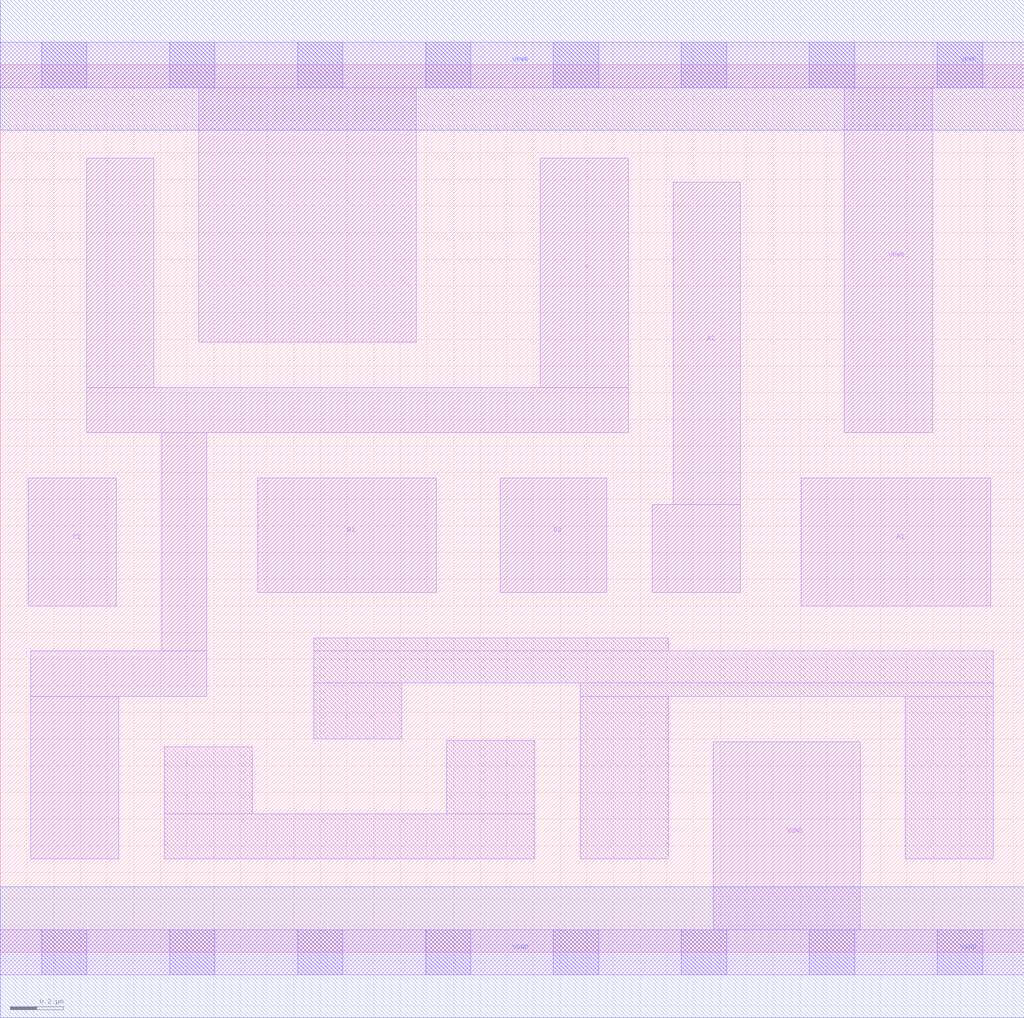
<source format=lef>
# Copyright 2020 The SkyWater PDK Authors
#
# Licensed under the Apache License, Version 2.0 (the "License");
# you may not use this file except in compliance with the License.
# You may obtain a copy of the License at
#
#     https://www.apache.org/licenses/LICENSE-2.0
#
# Unless required by applicable law or agreed to in writing, software
# distributed under the License is distributed on an "AS IS" BASIS,
# WITHOUT WARRANTIES OR CONDITIONS OF ANY KIND, either express or implied.
# See the License for the specific language governing permissions and
# limitations under the License.
#
# SPDX-License-Identifier: Apache-2.0

VERSION 5.7 ;
  NAMESCASESENSITIVE ON ;
  NOWIREEXTENSIONATPIN ON ;
  DIVIDERCHAR "/" ;
  BUSBITCHARS "[]" ;
UNITS
  DATABASE MICRONS 200 ;
END UNITS
MACRO sky130_fd_sc_ls__o221ai_1
  CLASS CORE ;
  SOURCE USER ;
  FOREIGN sky130_fd_sc_ls__o221ai_1 ;
  ORIGIN  0.000000  0.000000 ;
  SIZE  3.840000 BY  3.330000 ;
  SYMMETRY X Y ;
  SITE unit ;
  PIN A1
    ANTENNAGATEAREA  0.279000 ;
    DIRECTION INPUT ;
    USE SIGNAL ;
    PORT
      LAYER li1 ;
        RECT 3.005000 1.300000 3.715000 1.780000 ;
    END
  END A1
  PIN A2
    ANTENNAGATEAREA  0.279000 ;
    DIRECTION INPUT ;
    USE SIGNAL ;
    PORT
      LAYER li1 ;
        RECT 2.445000 1.350000 2.775000 1.680000 ;
        RECT 2.525000 1.680000 2.775000 2.890000 ;
    END
  END A2
  PIN B1
    ANTENNAGATEAREA  0.279000 ;
    DIRECTION INPUT ;
    USE SIGNAL ;
    PORT
      LAYER li1 ;
        RECT 0.965000 1.350000 1.635000 1.780000 ;
    END
  END B1
  PIN B2
    ANTENNAGATEAREA  0.279000 ;
    DIRECTION INPUT ;
    USE SIGNAL ;
    PORT
      LAYER li1 ;
        RECT 1.875000 1.350000 2.275000 1.780000 ;
    END
  END B2
  PIN C1
    ANTENNAGATEAREA  0.279000 ;
    DIRECTION INPUT ;
    USE SIGNAL ;
    PORT
      LAYER li1 ;
        RECT 0.105000 1.300000 0.435000 1.780000 ;
    END
  END C1
  PIN Y
    ANTENNADIFFAREA  1.011700 ;
    DIRECTION OUTPUT ;
    USE SIGNAL ;
    PORT
      LAYER li1 ;
        RECT 0.115000 0.350000 0.445000 0.960000 ;
        RECT 0.115000 0.960000 0.775000 1.130000 ;
        RECT 0.325000 1.950000 2.355000 2.120000 ;
        RECT 0.325000 2.120000 0.575000 2.980000 ;
        RECT 0.605000 1.130000 0.775000 1.950000 ;
        RECT 2.025000 2.120000 2.355000 2.980000 ;
    END
  END Y
  PIN VGND
    DIRECTION INOUT ;
    SHAPE ABUTMENT ;
    USE GROUND ;
    PORT
      LAYER li1 ;
        RECT 0.000000 -0.085000 3.840000 0.085000 ;
        RECT 2.675000  0.085000 3.225000 0.790000 ;
      LAYER mcon ;
        RECT 0.155000 -0.085000 0.325000 0.085000 ;
        RECT 0.635000 -0.085000 0.805000 0.085000 ;
        RECT 1.115000 -0.085000 1.285000 0.085000 ;
        RECT 1.595000 -0.085000 1.765000 0.085000 ;
        RECT 2.075000 -0.085000 2.245000 0.085000 ;
        RECT 2.555000 -0.085000 2.725000 0.085000 ;
        RECT 3.035000 -0.085000 3.205000 0.085000 ;
        RECT 3.515000 -0.085000 3.685000 0.085000 ;
      LAYER met1 ;
        RECT 0.000000 -0.245000 3.840000 0.245000 ;
    END
  END VGND
  PIN VPWR
    DIRECTION INOUT ;
    SHAPE ABUTMENT ;
    USE POWER ;
    PORT
      LAYER li1 ;
        RECT 0.000000 3.245000 3.840000 3.415000 ;
        RECT 0.745000 2.290000 1.560000 3.245000 ;
        RECT 3.165000 1.950000 3.495000 3.245000 ;
      LAYER mcon ;
        RECT 0.155000 3.245000 0.325000 3.415000 ;
        RECT 0.635000 3.245000 0.805000 3.415000 ;
        RECT 1.115000 3.245000 1.285000 3.415000 ;
        RECT 1.595000 3.245000 1.765000 3.415000 ;
        RECT 2.075000 3.245000 2.245000 3.415000 ;
        RECT 2.555000 3.245000 2.725000 3.415000 ;
        RECT 3.035000 3.245000 3.205000 3.415000 ;
        RECT 3.515000 3.245000 3.685000 3.415000 ;
      LAYER met1 ;
        RECT 0.000000 3.085000 3.840000 3.575000 ;
    END
  END VPWR
  OBS
    LAYER li1 ;
      RECT 0.615000 0.350000 2.005000 0.520000 ;
      RECT 0.615000 0.520000 0.945000 0.770000 ;
      RECT 1.175000 0.800000 1.505000 1.010000 ;
      RECT 1.175000 1.010000 3.725000 1.130000 ;
      RECT 1.175000 1.130000 2.505000 1.180000 ;
      RECT 1.675000 0.520000 2.005000 0.795000 ;
      RECT 2.175000 0.350000 2.505000 0.960000 ;
      RECT 2.175000 0.960000 3.725000 1.010000 ;
      RECT 3.395000 0.350000 3.725000 0.960000 ;
  END
END sky130_fd_sc_ls__o221ai_1

</source>
